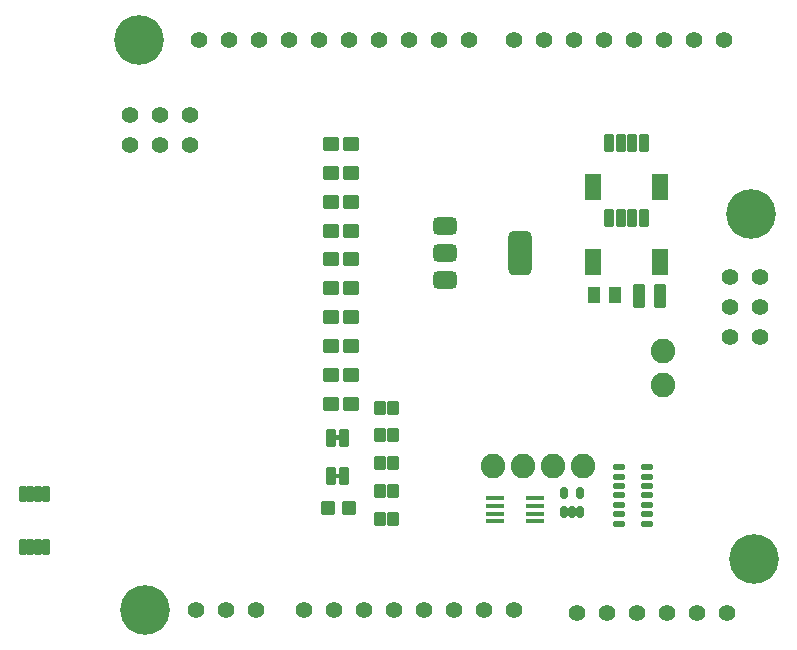
<source format=gbr>
%TF.GenerationSoftware,KiCad,Pcbnew,8.0.5*%
%TF.CreationDate,2024-11-06T15:04:28-06:00*%
%TF.ProjectId,ArduinoUnoR4Shield,41726475-696e-46f5-956e-6f5234536869,1.0*%
%TF.SameCoordinates,Original*%
%TF.FileFunction,Soldermask,Top*%
%TF.FilePolarity,Negative*%
%FSLAX46Y46*%
G04 Gerber Fmt 4.6, Leading zero omitted, Abs format (unit mm)*
G04 Created by KiCad (PCBNEW 8.0.5) date 2024-11-06 15:04:28*
%MOMM*%
%LPD*%
G01*
G04 APERTURE LIST*
G04 Aperture macros list*
%AMRoundRect*
0 Rectangle with rounded corners*
0 $1 Rounding radius*
0 $2 $3 $4 $5 $6 $7 $8 $9 X,Y pos of 4 corners*
0 Add a 4 corners polygon primitive as box body*
4,1,4,$2,$3,$4,$5,$6,$7,$8,$9,$2,$3,0*
0 Add four circle primitives for the rounded corners*
1,1,$1+$1,$2,$3*
1,1,$1+$1,$4,$5*
1,1,$1+$1,$6,$7*
1,1,$1+$1,$8,$9*
0 Add four rect primitives between the rounded corners*
20,1,$1+$1,$2,$3,$4,$5,0*
20,1,$1+$1,$4,$5,$6,$7,0*
20,1,$1+$1,$6,$7,$8,$9,0*
20,1,$1+$1,$8,$9,$2,$3,0*%
G04 Aperture macros list end*
%ADD10C,0.000000*%
%ADD11RoundRect,0.101600X-0.425000X-0.450000X0.425000X-0.450000X0.425000X0.450000X-0.425000X0.450000X0*%
%ADD12RoundRect,0.101600X-0.550000X-0.500000X0.550000X-0.500000X0.550000X0.500000X-0.550000X0.500000X0*%
%ADD13R,1.600000X0.300000*%
%ADD14RoundRect,0.101600X-0.300000X-0.675000X0.300000X-0.675000X0.300000X0.675000X-0.300000X0.675000X0*%
%ADD15RoundRect,0.101600X-0.600000X-1.000000X0.600000X-1.000000X0.600000X1.000000X-0.600000X1.000000X0*%
%ADD16C,4.199890*%
%ADD17C,1.422000*%
%ADD18RoundRect,0.101600X-0.200000X-0.550000X0.200000X-0.550000X0.200000X0.550000X-0.200000X0.550000X0*%
%ADD19RoundRect,0.101600X0.400000X-0.900000X0.400000X0.900000X-0.400000X0.900000X-0.400000X-0.900000X0*%
%ADD20C,2.082800*%
%ADD21RoundRect,0.101600X-0.330200X-0.635000X0.330200X-0.635000X0.330200X0.635000X-0.330200X0.635000X0*%
%ADD22RoundRect,0.180480X-0.421120X0.421120X-0.421120X-0.421120X0.421120X-0.421120X0.421120X0.421120X0*%
%ADD23RoundRect,0.101600X-0.200000X-0.375000X0.200000X-0.375000X0.200000X0.375000X-0.200000X0.375000X0*%
%ADD24RoundRect,0.101600X-0.375000X-0.175000X0.375000X-0.175000X0.375000X0.175000X-0.375000X0.175000X0*%
%ADD25RoundRect,0.101600X-0.400000X-0.600000X0.400000X-0.600000X0.400000X0.600000X-0.400000X0.600000X0*%
%ADD26RoundRect,0.375000X-0.625000X-0.375000X0.625000X-0.375000X0.625000X0.375000X-0.625000X0.375000X0*%
%ADD27RoundRect,0.500000X-0.500000X-1.400000X0.500000X-1.400000X0.500000X1.400000X-0.500000X1.400000X0*%
G04 APERTURE END LIST*
D10*
%TO.C,JP2*%
G36*
X137749800Y-105704300D02*
G01*
X137241800Y-105704300D01*
X137241800Y-105323300D01*
X137749800Y-105323300D01*
X137749800Y-105704300D01*
G37*
%TO.C,JP1*%
G36*
X137749800Y-102469100D02*
G01*
X137241800Y-102469100D01*
X137241800Y-102088100D01*
X137749800Y-102088100D01*
X137749800Y-102469100D01*
G37*
%TD*%
D11*
%TO.C,C9*%
X141070400Y-106788800D03*
X142230400Y-106788800D03*
%TD*%
D12*
%TO.C,C8*%
X136950400Y-84738800D03*
X138650400Y-84738800D03*
%TD*%
D13*
%TO.C,U11*%
X150800000Y-107396000D03*
X150800000Y-108046000D03*
X150800000Y-108696000D03*
X150800000Y-109346000D03*
X154200000Y-109346000D03*
X154200000Y-108696000D03*
X154200000Y-108046000D03*
X154200000Y-107396000D03*
%TD*%
D11*
%TO.C,C2*%
X141070400Y-99736400D03*
X142230400Y-99736400D03*
%TD*%
D14*
%TO.C,J1*%
X160465000Y-77336000D03*
X161465000Y-77336000D03*
X162465000Y-77336000D03*
X163465000Y-77336000D03*
D15*
X164765000Y-81011000D03*
X159165000Y-81011000D03*
%TD*%
D16*
%TO.C,H1*%
X120650000Y-68580000D03*
%TD*%
D17*
%TO.C,U2*%
X134620000Y-116840000D03*
X137160000Y-116840000D03*
X139700000Y-116840000D03*
X142240000Y-116840000D03*
X144780000Y-116840000D03*
X147320000Y-116840000D03*
X149860000Y-116840000D03*
X152400000Y-116840000D03*
%TD*%
D12*
%TO.C,R3*%
X136950400Y-92091200D03*
X138650400Y-92091200D03*
%TD*%
D16*
%TO.C,H4*%
X121158000Y-116840000D03*
%TD*%
D18*
%TO.C,U9*%
X110826000Y-111506000D03*
X111476000Y-111506000D03*
X112126000Y-111506000D03*
X112776000Y-111506000D03*
X112776000Y-107006000D03*
X112126000Y-107006000D03*
X111476000Y-107006000D03*
X110826000Y-107006000D03*
%TD*%
D12*
%TO.C,C4*%
X136950400Y-79837200D03*
X138650400Y-79837200D03*
%TD*%
D17*
%TO.C,U6*%
X152400000Y-68580000D03*
X154940000Y-68580000D03*
X157480000Y-68580000D03*
X160020000Y-68580000D03*
X162560000Y-68580000D03*
X165100000Y-68580000D03*
X167640000Y-68580000D03*
X170180000Y-68580000D03*
%TD*%
D16*
%TO.C,H2*%
X172466000Y-83312000D03*
%TD*%
D12*
%TO.C,C1*%
X136950400Y-77386400D03*
X138650400Y-77386400D03*
%TD*%
%TO.C,R6*%
X136950400Y-99443600D03*
X138650400Y-99443600D03*
%TD*%
D17*
%TO.C,U1*%
X125476000Y-116840000D03*
X128016000Y-116840000D03*
X130556000Y-116840000D03*
%TD*%
D19*
%TO.C,L1*%
X163015000Y-90311000D03*
X164815000Y-90311000D03*
%TD*%
D17*
%TO.C,U3*%
X157734000Y-117094000D03*
X160274000Y-117094000D03*
X162814000Y-117094000D03*
X165354000Y-117094000D03*
X167894000Y-117094000D03*
X170434000Y-117094000D03*
%TD*%
D20*
%TO.C,J5*%
X165064800Y-97830400D03*
%TD*%
D21*
%TO.C,JP2*%
X136975100Y-105513800D03*
X138016500Y-105513800D03*
%TD*%
D11*
%TO.C,C3*%
X141070400Y-102087200D03*
X142230400Y-102087200D03*
%TD*%
D22*
%TO.C,D1*%
X136675000Y-108208850D03*
X138429000Y-108208850D03*
%TD*%
D23*
%TO.C,U8*%
X156688500Y-108606000D03*
X157338500Y-108606000D03*
X157988500Y-108606000D03*
X157988500Y-106956000D03*
X156688500Y-106956000D03*
%TD*%
D12*
%TO.C,R1*%
X136950400Y-87189600D03*
X138650400Y-87189600D03*
%TD*%
D11*
%TO.C,C7*%
X141070400Y-104438000D03*
X142230400Y-104438000D03*
%TD*%
D20*
%TO.C,J3*%
X150664800Y-104650800D03*
X153204800Y-104650800D03*
X155744800Y-104650800D03*
X158284800Y-104650800D03*
%TD*%
D21*
%TO.C,JP1*%
X136975100Y-102278600D03*
X138016500Y-102278600D03*
%TD*%
D24*
%TO.C,U10*%
X161317000Y-104764000D03*
X161317000Y-105564000D03*
X161317000Y-106364000D03*
X161317000Y-107164000D03*
X161317000Y-107963999D03*
X161317000Y-108763999D03*
X161317000Y-109563999D03*
X163716999Y-109563999D03*
X163716999Y-108763999D03*
X163716999Y-107963999D03*
X163716999Y-107164000D03*
X163716999Y-106364000D03*
X163716999Y-105564000D03*
X163716999Y-104764000D03*
%TD*%
D12*
%TO.C,C5*%
X136950400Y-82288000D03*
X138650400Y-82288000D03*
%TD*%
D14*
%TO.C,J2*%
X160465000Y-83712600D03*
X161465000Y-83712600D03*
X162465000Y-83712600D03*
X163465000Y-83712600D03*
D15*
X164765000Y-87387600D03*
X159165000Y-87387600D03*
%TD*%
D17*
%TO.C,U4*%
X119888000Y-77470000D03*
X119888000Y-74930000D03*
X122428000Y-77470000D03*
X122428000Y-74930000D03*
X124968000Y-77470000D03*
X124968000Y-74930000D03*
%TD*%
D12*
%TO.C,R5*%
X136950400Y-96992800D03*
X138650400Y-96992800D03*
%TD*%
D25*
%TO.C,C6*%
X159190400Y-90236400D03*
X160990400Y-90236400D03*
%TD*%
D12*
%TO.C,R4*%
X136950400Y-94542000D03*
X138650400Y-94542000D03*
%TD*%
D16*
%TO.C,H3*%
X172720000Y-112522000D03*
%TD*%
D26*
%TO.C,U12*%
X146608000Y-84314000D03*
X146608000Y-86614000D03*
D27*
X152908000Y-86614000D03*
D26*
X146608000Y-88914000D03*
%TD*%
D20*
%TO.C,J4*%
X165064800Y-94950800D03*
%TD*%
D17*
%TO.C,U7*%
X170688000Y-88646000D03*
X173228000Y-88646000D03*
X170688000Y-91186000D03*
X173228000Y-91186000D03*
X170688000Y-93726000D03*
X173228000Y-93726000D03*
%TD*%
D11*
%TO.C,C10*%
X141070400Y-109139600D03*
X142230400Y-109139600D03*
%TD*%
D12*
%TO.C,R2*%
X136950400Y-89640400D03*
X138650400Y-89640400D03*
%TD*%
D17*
%TO.C,U5*%
X125730000Y-68580000D03*
X128270000Y-68580000D03*
X130810000Y-68580000D03*
X133350000Y-68580000D03*
X135890000Y-68580000D03*
X138430000Y-68580000D03*
X140970000Y-68580000D03*
X143510000Y-68580000D03*
X146050000Y-68580000D03*
X148590000Y-68580000D03*
%TD*%
M02*

</source>
